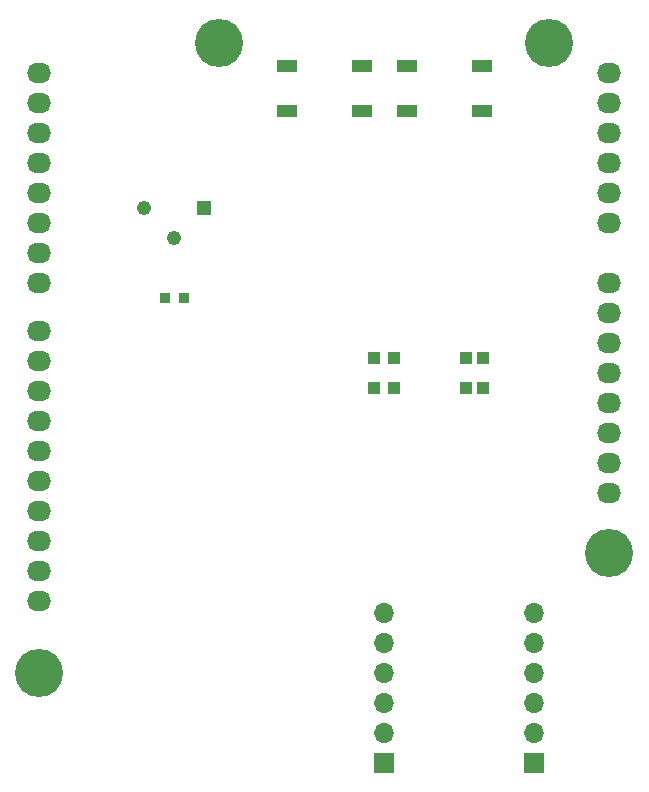
<source format=gbr>
G04 #@! TF.GenerationSoftware,KiCad,Pcbnew,(6.0.5)*
G04 #@! TF.CreationDate,2022-05-09T16:29:05-07:00*
G04 #@! TF.ProjectId,KiCad Project,4b694361-6420-4507-926f-6a6563742e6b,rev?*
G04 #@! TF.SameCoordinates,Original*
G04 #@! TF.FileFunction,Soldermask,Top*
G04 #@! TF.FilePolarity,Negative*
%FSLAX46Y46*%
G04 Gerber Fmt 4.6, Leading zero omitted, Abs format (unit mm)*
G04 Created by KiCad (PCBNEW (6.0.5)) date 2022-05-09 16:29:05*
%MOMM*%
%LPD*%
G01*
G04 APERTURE LIST*
%ADD10O,2.032000X1.727200*%
%ADD11C,4.064000*%
%ADD12R,1.222000X1.222000*%
%ADD13C,1.222000*%
%ADD14R,0.920000X0.970000*%
%ADD15R,1.040000X1.020000*%
%ADD16R,1.100000X1.000000*%
%ADD17R,1.700000X1.700000*%
%ADD18O,1.700000X1.700000*%
%ADD19R,1.700000X1.000000*%
G04 APERTURE END LIST*
D10*
G04 #@! TO.C,PORT1*
X180848000Y-109855000D03*
X180848000Y-107315000D03*
X180848000Y-104775000D03*
X180848000Y-102235000D03*
X180848000Y-99695000D03*
X180848000Y-97155000D03*
X180848000Y-94615000D03*
X180848000Y-92075000D03*
G04 #@! TD*
G04 #@! TO.C,PORT2*
X180848000Y-86995000D03*
X180848000Y-84455000D03*
X180848000Y-81915000D03*
X180848000Y-79375000D03*
X180848000Y-76835000D03*
X180848000Y-74295000D03*
G04 #@! TD*
G04 #@! TO.C,PORT3*
X132588000Y-118999000D03*
X132588000Y-116459000D03*
X132588000Y-113919000D03*
X132588000Y-111379000D03*
X132588000Y-108839000D03*
X132588000Y-106299000D03*
X132588000Y-103759000D03*
X132588000Y-101219000D03*
X132588000Y-98679000D03*
X132588000Y-96139000D03*
G04 #@! TD*
G04 #@! TO.C,PORT4*
X132588000Y-92075000D03*
X132588000Y-89535000D03*
X132588000Y-86995000D03*
X132588000Y-84455000D03*
X132588000Y-81915000D03*
X132588000Y-79375000D03*
X132588000Y-76835000D03*
X132588000Y-74295000D03*
G04 #@! TD*
D11*
G04 #@! TO.C,P5*
X180848000Y-114935000D03*
G04 #@! TD*
G04 #@! TO.C,P6*
X175768000Y-71755000D03*
G04 #@! TD*
G04 #@! TO.C,P7*
X132588000Y-125095000D03*
G04 #@! TD*
G04 #@! TO.C,P8*
X147828000Y-71755000D03*
G04 #@! TD*
D12*
G04 #@! TO.C,VR1*
X146558000Y-85725000D03*
D13*
X144018000Y-88265000D03*
X141478000Y-85725000D03*
G04 #@! TD*
D14*
G04 #@! TO.C,C1*
X143243000Y-93345000D03*
X144793000Y-93345000D03*
G04 #@! TD*
D15*
G04 #@! TO.C,R1*
X168683000Y-98425000D03*
X170153000Y-98425000D03*
G04 #@! TD*
D16*
G04 #@! TO.C,D2*
X160948000Y-100965000D03*
X162648000Y-100965000D03*
G04 #@! TD*
D17*
G04 #@! TO.C,J2*
X161773000Y-132715000D03*
D18*
X161773000Y-130175000D03*
X161773000Y-127635000D03*
X161773000Y-125095000D03*
X161773000Y-122555000D03*
X161773000Y-120015000D03*
G04 #@! TD*
D16*
G04 #@! TO.C,D1*
X160948000Y-98425000D03*
X162648000Y-98425000D03*
G04 #@! TD*
D15*
G04 #@! TO.C,R2*
X168683000Y-100965000D03*
X170153000Y-100965000D03*
G04 #@! TD*
D19*
G04 #@! TO.C,S2*
X159868000Y-77465000D03*
X153568000Y-77465000D03*
X159868000Y-73665000D03*
X153568000Y-73665000D03*
G04 #@! TD*
D17*
G04 #@! TO.C,J1*
X174473000Y-132715000D03*
D18*
X174473000Y-130175000D03*
X174473000Y-127635000D03*
X174473000Y-125095000D03*
X174473000Y-122555000D03*
X174473000Y-120015000D03*
G04 #@! TD*
D19*
G04 #@! TO.C,S1*
X170028000Y-77465000D03*
X163728000Y-77465000D03*
X170028000Y-73665000D03*
X163728000Y-73665000D03*
G04 #@! TD*
M02*

</source>
